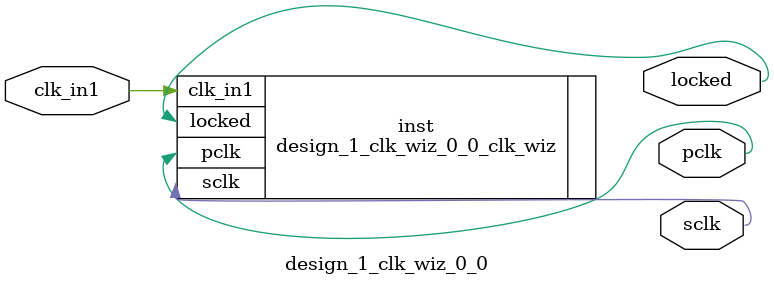
<source format=v>


`timescale 1ps/1ps

(* CORE_GENERATION_INFO = "design_1_clk_wiz_0_0,clk_wiz_v6_0_2_0_0,{component_name=design_1_clk_wiz_0_0,use_phase_alignment=true,use_min_o_jitter=false,use_max_i_jitter=false,use_dyn_phase_shift=false,use_inclk_switchover=false,use_dyn_reconfig=false,enable_axi=0,feedback_source=FDBK_AUTO,PRIMITIVE=MMCM,num_out_clk=2,clkin1_period=10.000,clkin2_period=10.000,use_power_down=false,use_reset=false,use_locked=true,use_inclk_stopped=false,feedback_type=SINGLE,CLOCK_MGR_TYPE=NA,manual_override=false}" *)

module design_1_clk_wiz_0_0 
 (
  // Clock out ports
  output        pclk,
  output        sclk,
  // Status and control signals
  output        locked,
 // Clock in ports
  input         clk_in1
 );

  design_1_clk_wiz_0_0_clk_wiz inst
  (
  // Clock out ports  
  .pclk(pclk),
  .sclk(sclk),
  // Status and control signals               
  .locked(locked),
 // Clock in ports
  .clk_in1(clk_in1)
  );

endmodule

</source>
